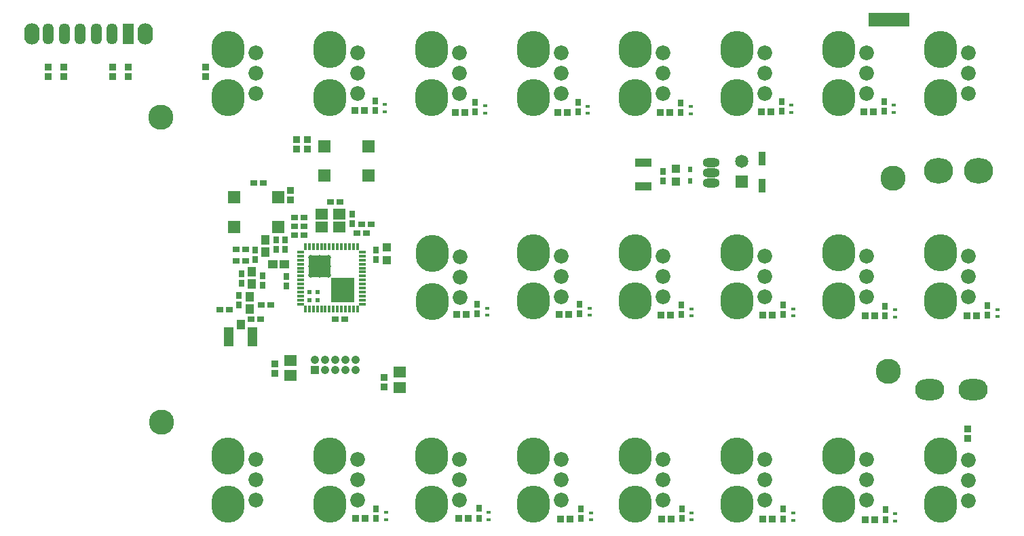
<source format=gbs>
G04 Layer_Color=16711935*
%FSLAX25Y25*%
%MOIN*%
G70*
G01*
G75*
%ADD101R,0.20079X0.06693*%
%ADD103O,0.16299X0.18268*%
%ADD104C,0.07244*%
%ADD105C,0.04095*%
%ADD106R,0.04095X0.04095*%
%ADD107C,0.06457*%
%ADD108R,0.06457X0.06457*%
%ADD109O,0.08425X0.04488*%
%ADD110O,0.08425X0.04488*%
%ADD111O,0.05276X0.10394*%
%ADD112R,0.05276X0.10394*%
%ADD113O,0.07638X0.10394*%
%ADD114O,0.14331X0.12362*%
%ADD115O,0.14331X0.10394*%
%ADD116C,0.12362*%
%ADD117C,0.02520*%
%ADD118R,0.03307X0.03701*%
%ADD119R,0.02126X0.01732*%
%ADD120R,0.03701X0.03307*%
%ADD121R,0.02913X0.03701*%
%ADD122R,0.06457X0.05669*%
%ADD123R,0.03701X0.02913*%
%ADD124R,0.04488X0.04488*%
%ADD125R,0.04882X0.04488*%
%ADD126R,0.04488X0.04882*%
%ADD127R,0.06457X0.06457*%
%ADD128R,0.01929X0.01929*%
%ADD129R,0.10866X0.10866*%
%ADD130O,0.01535X0.03386*%
%ADD131O,0.03386X0.01535*%
%ADD132R,0.11457X0.11969*%
%ADD133R,0.06063X0.05276*%
%ADD134R,0.03701X0.06850*%
%ADD135R,0.02126X0.03110*%
%ADD136R,0.08032X0.04488*%
%ADD137R,0.04685X0.09213*%
%ADD138R,0.04488X0.04685*%
D101*
X184642Y146399D02*
D03*
D103*
X10000Y131811D02*
D03*
Y108189D02*
D03*
X60000Y8189D02*
D03*
Y31811D02*
D03*
X160000D02*
D03*
Y8189D02*
D03*
X60000Y108189D02*
D03*
Y131811D02*
D03*
X110000Y31811D02*
D03*
Y8189D02*
D03*
X210000D02*
D03*
Y31811D02*
D03*
X10000Y-68189D02*
D03*
Y-91811D02*
D03*
X-90000Y108189D02*
D03*
Y131811D02*
D03*
X110000Y-68189D02*
D03*
Y-91811D02*
D03*
X60000D02*
D03*
Y-68189D02*
D03*
X-40000Y131811D02*
D03*
Y108189D02*
D03*
X160000Y-91811D02*
D03*
Y-68189D02*
D03*
X-39665Y31496D02*
D03*
Y7874D02*
D03*
X-90000Y-91811D02*
D03*
Y-68189D02*
D03*
X110000Y131811D02*
D03*
Y108189D02*
D03*
X10000Y8189D02*
D03*
Y31811D02*
D03*
X-40000Y-68189D02*
D03*
Y-91811D02*
D03*
X160000Y108189D02*
D03*
Y131811D02*
D03*
X-140000D02*
D03*
Y108189D02*
D03*
X210000D02*
D03*
Y131811D02*
D03*
X209941Y-68307D02*
D03*
Y-91929D02*
D03*
X-140000Y-91811D02*
D03*
Y-68189D02*
D03*
D104*
X23500Y130000D02*
D03*
Y110000D02*
D03*
Y120000D02*
D03*
X73500Y20000D02*
D03*
Y10000D02*
D03*
Y30000D02*
D03*
X173500D02*
D03*
Y10000D02*
D03*
Y20000D02*
D03*
X73500Y120000D02*
D03*
Y110000D02*
D03*
Y130000D02*
D03*
X123500Y30000D02*
D03*
Y10000D02*
D03*
Y20000D02*
D03*
X223500D02*
D03*
Y10000D02*
D03*
Y30000D02*
D03*
X23500Y-70000D02*
D03*
Y-90000D02*
D03*
Y-80000D02*
D03*
X-76500Y120000D02*
D03*
Y110000D02*
D03*
Y130000D02*
D03*
X123500Y-70000D02*
D03*
Y-90000D02*
D03*
Y-80000D02*
D03*
X73500D02*
D03*
Y-90000D02*
D03*
Y-70000D02*
D03*
X-26500Y130000D02*
D03*
Y110000D02*
D03*
Y120000D02*
D03*
X173500Y-80000D02*
D03*
Y-90000D02*
D03*
Y-70000D02*
D03*
X-26165Y29685D02*
D03*
Y9685D02*
D03*
Y19685D02*
D03*
X-76500Y-80000D02*
D03*
Y-90000D02*
D03*
Y-70000D02*
D03*
X123500Y130000D02*
D03*
Y110000D02*
D03*
Y120000D02*
D03*
X23500Y20000D02*
D03*
Y10000D02*
D03*
Y30000D02*
D03*
X-26500Y-70000D02*
D03*
Y-90000D02*
D03*
Y-80000D02*
D03*
X173500Y120000D02*
D03*
Y110000D02*
D03*
Y130000D02*
D03*
X-126500D02*
D03*
Y110000D02*
D03*
Y120000D02*
D03*
X223500D02*
D03*
Y110000D02*
D03*
Y130000D02*
D03*
X223441Y-70118D02*
D03*
Y-90118D02*
D03*
Y-80118D02*
D03*
X-126500Y-80000D02*
D03*
Y-90000D02*
D03*
Y-70000D02*
D03*
D105*
X-77559Y-25768D02*
D03*
X-82559D02*
D03*
X-87559D02*
D03*
X-92559D02*
D03*
X-97559Y-20768D02*
D03*
X-92559D02*
D03*
X-87559D02*
D03*
X-82559D02*
D03*
X-77559D02*
D03*
D106*
X-97559Y-25768D02*
D03*
D107*
X112106Y76752D02*
D03*
D108*
Y66752D02*
D03*
D109*
X97244Y76063D02*
D03*
D110*
Y71063D02*
D03*
Y66063D02*
D03*
D111*
X-228445Y139469D02*
D03*
X-220571D02*
D03*
X-212697D02*
D03*
X-204823D02*
D03*
X-196949D02*
D03*
D112*
X-189075D02*
D03*
D113*
X-180807D02*
D03*
X-236319D02*
D03*
D114*
X208760Y72047D02*
D03*
X228642D02*
D03*
D115*
X225787Y-35433D02*
D03*
X204429D02*
D03*
D116*
X184252Y-26575D02*
D03*
X-172933Y-51673D02*
D03*
X-173228Y98425D02*
D03*
X186516Y68307D02*
D03*
D117*
X-88156Y9070D02*
D03*
X-83825D02*
D03*
X-79494D02*
D03*
X-88156Y13400D02*
D03*
X-83825D02*
D03*
X-79494D02*
D03*
X-88156Y17731D02*
D03*
X-83825D02*
D03*
X-79494D02*
D03*
X-99573Y20881D02*
D03*
X-95242D02*
D03*
X-90912D02*
D03*
X-99573Y25211D02*
D03*
X-95242Y25211D02*
D03*
X-90912D02*
D03*
X-99573Y29542D02*
D03*
X-95242D02*
D03*
X-90912D02*
D03*
D118*
X223228Y-59547D02*
D03*
Y-54823D02*
D03*
X-151280Y118307D02*
D03*
Y123031D02*
D03*
X-63583Y-34252D02*
D03*
Y-29528D02*
D03*
X-106496Y82579D02*
D03*
Y87303D02*
D03*
X-101279Y87303D02*
D03*
Y82579D02*
D03*
X-196850Y123130D02*
D03*
Y118405D02*
D03*
X-188976Y123130D02*
D03*
Y118405D02*
D03*
X-228445Y123130D02*
D03*
Y118405D02*
D03*
X-220669Y123130D02*
D03*
Y118405D02*
D03*
X-109573Y57661D02*
D03*
Y62385D02*
D03*
X-117115Y-22795D02*
D03*
Y-27519D02*
D03*
D119*
X-12008Y-95933D02*
D03*
X-12008Y-99476D02*
D03*
X37484Y4528D02*
D03*
X37484Y984D02*
D03*
X136697Y104264D02*
D03*
X136697Y100721D02*
D03*
X-62598Y-96031D02*
D03*
X-62598Y-99575D02*
D03*
X-12894Y4543D02*
D03*
X-12894Y1000D02*
D03*
X187697Y-96610D02*
D03*
X187697Y-100154D02*
D03*
X-13713Y103953D02*
D03*
X-13713Y100409D02*
D03*
X87697Y-96216D02*
D03*
X87697Y-99760D02*
D03*
X137417Y-96284D02*
D03*
X137417Y-99827D02*
D03*
X-63008Y104610D02*
D03*
X-63008Y101067D02*
D03*
X38189Y-96102D02*
D03*
X38189Y-99646D02*
D03*
X237795Y3870D02*
D03*
X237795Y327D02*
D03*
X137386Y4150D02*
D03*
X137386Y606D02*
D03*
X87189Y103642D02*
D03*
X87189Y100098D02*
D03*
X187598Y3673D02*
D03*
X187598Y130D02*
D03*
X87484Y4150D02*
D03*
X87484Y606D02*
D03*
X36697Y103839D02*
D03*
X36697Y100295D02*
D03*
X187008Y104264D02*
D03*
X187008Y100721D02*
D03*
D120*
X176870Y101213D02*
D03*
X172146D02*
D03*
X-26870Y-98984D02*
D03*
X-22146D02*
D03*
X22622Y1476D02*
D03*
X27346D02*
D03*
X126559Y101213D02*
D03*
X121835D02*
D03*
X-77461Y-99083D02*
D03*
X-72736D02*
D03*
X-27756Y1492D02*
D03*
X-23031D02*
D03*
X177559Y-99661D02*
D03*
X172835D02*
D03*
X-28575Y100902D02*
D03*
X-23850D02*
D03*
X72835Y-99268D02*
D03*
X77559D02*
D03*
X127279Y-99335D02*
D03*
X122555D02*
D03*
X-77854Y101575D02*
D03*
X-73130D02*
D03*
X23327Y-99154D02*
D03*
X28051D02*
D03*
X222933Y819D02*
D03*
X227657D02*
D03*
X122524Y1098D02*
D03*
X127248D02*
D03*
X72327Y100591D02*
D03*
X77051D02*
D03*
X172736Y622D02*
D03*
X177461D02*
D03*
X72622Y1098D02*
D03*
X77346D02*
D03*
X21850Y100787D02*
D03*
X26575D02*
D03*
D121*
X-16929Y-94063D02*
D03*
Y-98787D02*
D03*
X32563Y6398D02*
D03*
Y1673D02*
D03*
X73425Y71653D02*
D03*
Y66929D02*
D03*
X131775Y106134D02*
D03*
Y101409D02*
D03*
X-67520Y-94161D02*
D03*
Y-98886D02*
D03*
X-17815Y6413D02*
D03*
Y1689D02*
D03*
X182775Y-94740D02*
D03*
Y-99465D02*
D03*
X-18634Y105823D02*
D03*
Y101098D02*
D03*
X82775Y-94346D02*
D03*
Y-99071D02*
D03*
X132496Y-94413D02*
D03*
Y-99138D02*
D03*
X-67929Y106480D02*
D03*
Y101756D02*
D03*
X33268Y-94232D02*
D03*
Y-98957D02*
D03*
X232874Y5740D02*
D03*
Y1016D02*
D03*
X132465Y6020D02*
D03*
Y1295D02*
D03*
X82268Y105512D02*
D03*
Y100787D02*
D03*
X182677Y5543D02*
D03*
Y819D02*
D03*
X82563Y6020D02*
D03*
Y1295D02*
D03*
X31776Y105709D02*
D03*
Y100984D02*
D03*
X-67290Y28361D02*
D03*
Y33085D02*
D03*
X-79101Y50802D02*
D03*
Y46077D02*
D03*
X-111384Y20093D02*
D03*
Y15369D02*
D03*
X-112172Y33479D02*
D03*
Y38203D02*
D03*
X-116502Y33479D02*
D03*
Y38203D02*
D03*
X-133465Y16634D02*
D03*
Y21358D02*
D03*
X-134744Y6102D02*
D03*
Y10827D02*
D03*
X-126772Y28346D02*
D03*
Y33071D02*
D03*
X-123228Y20472D02*
D03*
Y15748D02*
D03*
X182087Y106134D02*
D03*
Y101409D02*
D03*
D122*
X-55906Y-27067D02*
D03*
Y-34547D02*
D03*
X-109350Y-28642D02*
D03*
Y-21161D02*
D03*
D123*
X-128762Y-1084D02*
D03*
X-124037D02*
D03*
X-122736Y65945D02*
D03*
X-127461D02*
D03*
X-72014Y41353D02*
D03*
X-76738D02*
D03*
X-69652Y45684D02*
D03*
X-74376D02*
D03*
X-85169Y56775D02*
D03*
X-89894D02*
D03*
X-107447Y44896D02*
D03*
X-102723D02*
D03*
X-107447Y49227D02*
D03*
X-102723D02*
D03*
X-139486Y3738D02*
D03*
X-144211D02*
D03*
X-136187Y33479D02*
D03*
X-131463D02*
D03*
X-131496Y27756D02*
D03*
X-136221D02*
D03*
X-118996Y6201D02*
D03*
X-123721D02*
D03*
X-107447Y40566D02*
D03*
X-102723D02*
D03*
X-87599Y-1083D02*
D03*
X-82874D02*
D03*
D124*
X-62172Y34266D02*
D03*
Y27967D02*
D03*
X80020Y66831D02*
D03*
Y73130D02*
D03*
D125*
X-118274Y25999D02*
D03*
X-112368D02*
D03*
D126*
X-128347Y16535D02*
D03*
Y22441D02*
D03*
X-129364Y4218D02*
D03*
Y10123D02*
D03*
X-121620Y32101D02*
D03*
Y38007D02*
D03*
D127*
X-137032Y59042D02*
D03*
X-137032Y44475D02*
D03*
X-115379Y59042D02*
D03*
Y44475D02*
D03*
X-71260Y69587D02*
D03*
X-71260Y84153D02*
D03*
X-92914Y69587D02*
D03*
Y84153D02*
D03*
D128*
X-100164Y8479D02*
D03*
X-96227D02*
D03*
X-100164Y12416D02*
D03*
X-96227D02*
D03*
D129*
X-95242Y25211D02*
D03*
D130*
X-76542Y34581D02*
D03*
X-78510D02*
D03*
X-80479D02*
D03*
X-82447D02*
D03*
X-84416D02*
D03*
X-86384D02*
D03*
X-88353D02*
D03*
X-90321D02*
D03*
X-92290D02*
D03*
X-94258D02*
D03*
X-96227D02*
D03*
X-98195D02*
D03*
X-100164D02*
D03*
X-102132D02*
D03*
Y4030D02*
D03*
X-100164D02*
D03*
X-98195D02*
D03*
X-96227D02*
D03*
X-94258D02*
D03*
X-92290D02*
D03*
X-90321D02*
D03*
X-88353D02*
D03*
X-86384D02*
D03*
X-84416D02*
D03*
X-82447D02*
D03*
X-80479D02*
D03*
X-78510D02*
D03*
X-76542D02*
D03*
D131*
X-104613Y32101D02*
D03*
Y30133D02*
D03*
Y28164D02*
D03*
Y26196D02*
D03*
Y24227D02*
D03*
Y22259D02*
D03*
Y20290D02*
D03*
Y18322D02*
D03*
Y16353D02*
D03*
Y14385D02*
D03*
Y12416D02*
D03*
Y10448D02*
D03*
Y8479D02*
D03*
Y6511D02*
D03*
X-74061D02*
D03*
Y8479D02*
D03*
Y10448D02*
D03*
Y12416D02*
D03*
Y14385D02*
D03*
Y16353D02*
D03*
Y18322D02*
D03*
Y20290D02*
D03*
Y22259D02*
D03*
Y24227D02*
D03*
Y26196D02*
D03*
Y28164D02*
D03*
Y30133D02*
D03*
Y32101D02*
D03*
D132*
X-83825Y13400D02*
D03*
D133*
X-94026Y50773D02*
D03*
X-85365Y44474D02*
D03*
X-85365Y50773D02*
D03*
X-94026Y44474D02*
D03*
D134*
X122343Y78051D02*
D03*
Y64665D02*
D03*
D135*
X86909Y66929D02*
D03*
Y72835D02*
D03*
D136*
X63878Y76083D02*
D03*
Y64272D02*
D03*
D137*
X-128071Y-9546D02*
D03*
X-139685D02*
D03*
D138*
X-133878Y-3542D02*
D03*
M02*

</source>
